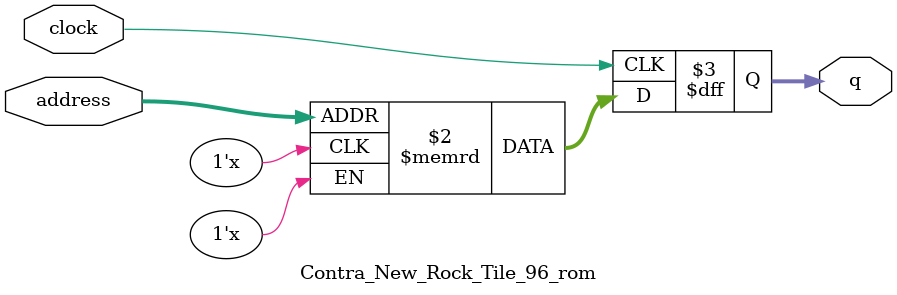
<source format=sv>
module Contra_New_Rock_Tile_96_rom (
	input logic clock,
	input logic [13:0] address,
	output logic [3:0] q
);

logic [3:0] memory [0:9215] /* synthesis ram_init_file = "./Contra_New_Rock_Tile_96/Contra_New_Rock_Tile_96.mif" */;

always_ff @ (posedge clock) begin
	q <= memory[address];
end

endmodule

</source>
